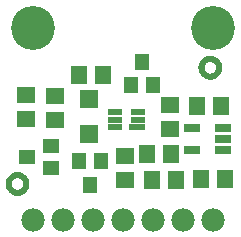
<source format=gbr>
G04 EAGLE Gerber RS-274X export*
G75*
%MOMM*%
%FSLAX34Y34*%
%LPD*%
%INSoldermask Top*%
%IPPOS*%
%AMOC8*
5,1,8,0,0,1.08239X$1,22.5*%
G01*
%ADD10R,1.403200X0.603200*%
%ADD11R,1.203200X0.603200*%
%ADD12R,1.403200X1.503200*%
%ADD13R,1.503200X1.403200*%
%ADD14R,1.203200X1.473200*%
%ADD15R,1.403200X0.753200*%
%ADD16R,1.603200X1.603200*%
%ADD17R,1.473200X1.203200*%
%ADD18C,0.500000*%
%ADD19C,3.719200*%
%ADD20C,1.981200*%


D10*
X113100Y93500D03*
D11*
X114100Y100000D03*
X114100Y106500D03*
X95100Y106500D03*
X95100Y100000D03*
X95100Y93500D03*
D12*
X122260Y70500D03*
X142580Y70500D03*
D13*
X141300Y92370D03*
X141300Y112690D03*
D12*
X64700Y137570D03*
X85020Y137570D03*
D14*
X73590Y44680D03*
X64090Y64680D03*
X83090Y64680D03*
X117840Y149000D03*
X127340Y129000D03*
X108340Y129000D03*
D13*
X103020Y69470D03*
X103020Y49150D03*
D12*
X126110Y48730D03*
X146430Y48730D03*
D15*
X185931Y73910D03*
X185931Y83410D03*
X185931Y92910D03*
X159929Y92910D03*
X159929Y73910D03*
D12*
X188170Y49910D03*
X167850Y49910D03*
D16*
X72410Y117120D03*
X72410Y88120D03*
D13*
X44150Y120310D03*
X44150Y99990D03*
D12*
X164170Y111770D03*
X184490Y111770D03*
D17*
X20410Y68420D03*
X40410Y77920D03*
X40410Y58920D03*
D18*
X175520Y136300D02*
X175701Y136302D01*
X175882Y136309D01*
X176063Y136320D01*
X176244Y136335D01*
X176424Y136355D01*
X176604Y136379D01*
X176783Y136407D01*
X176961Y136440D01*
X177138Y136477D01*
X177315Y136518D01*
X177490Y136563D01*
X177665Y136613D01*
X177838Y136667D01*
X178009Y136725D01*
X178180Y136787D01*
X178348Y136854D01*
X178515Y136924D01*
X178681Y136998D01*
X178844Y137077D01*
X179005Y137159D01*
X179165Y137245D01*
X179322Y137335D01*
X179477Y137429D01*
X179630Y137526D01*
X179780Y137628D01*
X179928Y137732D01*
X180074Y137841D01*
X180216Y137952D01*
X180356Y138068D01*
X180493Y138186D01*
X180628Y138308D01*
X180759Y138433D01*
X180887Y138561D01*
X181012Y138692D01*
X181134Y138827D01*
X181252Y138964D01*
X181368Y139104D01*
X181479Y139246D01*
X181588Y139392D01*
X181692Y139540D01*
X181794Y139690D01*
X181891Y139843D01*
X181985Y139998D01*
X182075Y140155D01*
X182161Y140315D01*
X182243Y140476D01*
X182322Y140639D01*
X182396Y140805D01*
X182466Y140972D01*
X182533Y141140D01*
X182595Y141311D01*
X182653Y141482D01*
X182707Y141655D01*
X182757Y141830D01*
X182802Y142005D01*
X182843Y142182D01*
X182880Y142359D01*
X182913Y142537D01*
X182941Y142716D01*
X182965Y142896D01*
X182985Y143076D01*
X183000Y143257D01*
X183011Y143438D01*
X183018Y143619D01*
X183020Y143800D01*
X175520Y136300D02*
X175339Y136302D01*
X175158Y136309D01*
X174977Y136320D01*
X174796Y136335D01*
X174616Y136355D01*
X174436Y136379D01*
X174257Y136407D01*
X174079Y136440D01*
X173902Y136477D01*
X173725Y136518D01*
X173550Y136563D01*
X173375Y136613D01*
X173202Y136667D01*
X173031Y136725D01*
X172860Y136787D01*
X172692Y136854D01*
X172525Y136924D01*
X172359Y136998D01*
X172196Y137077D01*
X172035Y137159D01*
X171875Y137245D01*
X171718Y137335D01*
X171563Y137429D01*
X171410Y137526D01*
X171260Y137628D01*
X171112Y137732D01*
X170966Y137841D01*
X170824Y137952D01*
X170684Y138068D01*
X170547Y138186D01*
X170412Y138308D01*
X170281Y138433D01*
X170153Y138561D01*
X170028Y138692D01*
X169906Y138827D01*
X169788Y138964D01*
X169672Y139104D01*
X169561Y139246D01*
X169452Y139392D01*
X169348Y139540D01*
X169246Y139690D01*
X169149Y139843D01*
X169055Y139998D01*
X168965Y140155D01*
X168879Y140315D01*
X168797Y140476D01*
X168718Y140639D01*
X168644Y140805D01*
X168574Y140972D01*
X168507Y141140D01*
X168445Y141311D01*
X168387Y141482D01*
X168333Y141655D01*
X168283Y141830D01*
X168238Y142005D01*
X168197Y142182D01*
X168160Y142359D01*
X168127Y142537D01*
X168099Y142716D01*
X168075Y142896D01*
X168055Y143076D01*
X168040Y143257D01*
X168029Y143438D01*
X168022Y143619D01*
X168020Y143800D01*
X168022Y143981D01*
X168029Y144162D01*
X168040Y144343D01*
X168055Y144524D01*
X168075Y144704D01*
X168099Y144884D01*
X168127Y145063D01*
X168160Y145241D01*
X168197Y145418D01*
X168238Y145595D01*
X168283Y145770D01*
X168333Y145945D01*
X168387Y146118D01*
X168445Y146289D01*
X168507Y146460D01*
X168574Y146628D01*
X168644Y146795D01*
X168718Y146961D01*
X168797Y147124D01*
X168879Y147285D01*
X168965Y147445D01*
X169055Y147602D01*
X169149Y147757D01*
X169246Y147910D01*
X169348Y148060D01*
X169452Y148208D01*
X169561Y148354D01*
X169672Y148496D01*
X169788Y148636D01*
X169906Y148773D01*
X170028Y148908D01*
X170153Y149039D01*
X170281Y149167D01*
X170412Y149292D01*
X170547Y149414D01*
X170684Y149532D01*
X170824Y149648D01*
X170966Y149759D01*
X171112Y149868D01*
X171260Y149972D01*
X171410Y150074D01*
X171563Y150171D01*
X171718Y150265D01*
X171875Y150355D01*
X172035Y150441D01*
X172196Y150523D01*
X172359Y150602D01*
X172525Y150676D01*
X172692Y150746D01*
X172860Y150813D01*
X173031Y150875D01*
X173202Y150933D01*
X173375Y150987D01*
X173550Y151037D01*
X173725Y151082D01*
X173902Y151123D01*
X174079Y151160D01*
X174257Y151193D01*
X174436Y151221D01*
X174616Y151245D01*
X174796Y151265D01*
X174977Y151280D01*
X175158Y151291D01*
X175339Y151298D01*
X175520Y151300D01*
X175701Y151298D01*
X175882Y151291D01*
X176063Y151280D01*
X176244Y151265D01*
X176424Y151245D01*
X176604Y151221D01*
X176783Y151193D01*
X176961Y151160D01*
X177138Y151123D01*
X177315Y151082D01*
X177490Y151037D01*
X177665Y150987D01*
X177838Y150933D01*
X178009Y150875D01*
X178180Y150813D01*
X178348Y150746D01*
X178515Y150676D01*
X178681Y150602D01*
X178844Y150523D01*
X179005Y150441D01*
X179165Y150355D01*
X179322Y150265D01*
X179477Y150171D01*
X179630Y150074D01*
X179780Y149972D01*
X179928Y149868D01*
X180074Y149759D01*
X180216Y149648D01*
X180356Y149532D01*
X180493Y149414D01*
X180628Y149292D01*
X180759Y149167D01*
X180887Y149039D01*
X181012Y148908D01*
X181134Y148773D01*
X181252Y148636D01*
X181368Y148496D01*
X181479Y148354D01*
X181588Y148208D01*
X181692Y148060D01*
X181794Y147910D01*
X181891Y147757D01*
X181985Y147602D01*
X182075Y147445D01*
X182161Y147285D01*
X182243Y147124D01*
X182322Y146961D01*
X182396Y146795D01*
X182466Y146628D01*
X182533Y146460D01*
X182595Y146289D01*
X182653Y146118D01*
X182707Y145945D01*
X182757Y145770D01*
X182802Y145595D01*
X182843Y145418D01*
X182880Y145241D01*
X182913Y145063D01*
X182941Y144884D01*
X182965Y144704D01*
X182985Y144524D01*
X183000Y144343D01*
X183011Y144162D01*
X183018Y143981D01*
X183020Y143800D01*
X19800Y45400D02*
X19798Y45219D01*
X19791Y45038D01*
X19780Y44857D01*
X19765Y44676D01*
X19745Y44496D01*
X19721Y44316D01*
X19693Y44137D01*
X19660Y43959D01*
X19623Y43782D01*
X19582Y43605D01*
X19537Y43430D01*
X19487Y43255D01*
X19433Y43082D01*
X19375Y42911D01*
X19313Y42740D01*
X19246Y42572D01*
X19176Y42405D01*
X19102Y42239D01*
X19023Y42076D01*
X18941Y41915D01*
X18855Y41755D01*
X18765Y41598D01*
X18671Y41443D01*
X18574Y41290D01*
X18472Y41140D01*
X18368Y40992D01*
X18259Y40846D01*
X18148Y40704D01*
X18032Y40564D01*
X17914Y40427D01*
X17792Y40292D01*
X17667Y40161D01*
X17539Y40033D01*
X17408Y39908D01*
X17273Y39786D01*
X17136Y39668D01*
X16996Y39552D01*
X16854Y39441D01*
X16708Y39332D01*
X16560Y39228D01*
X16410Y39126D01*
X16257Y39029D01*
X16102Y38935D01*
X15945Y38845D01*
X15785Y38759D01*
X15624Y38677D01*
X15461Y38598D01*
X15295Y38524D01*
X15128Y38454D01*
X14960Y38387D01*
X14789Y38325D01*
X14618Y38267D01*
X14445Y38213D01*
X14270Y38163D01*
X14095Y38118D01*
X13918Y38077D01*
X13741Y38040D01*
X13563Y38007D01*
X13384Y37979D01*
X13204Y37955D01*
X13024Y37935D01*
X12843Y37920D01*
X12662Y37909D01*
X12481Y37902D01*
X12300Y37900D01*
X12119Y37902D01*
X11938Y37909D01*
X11757Y37920D01*
X11576Y37935D01*
X11396Y37955D01*
X11216Y37979D01*
X11037Y38007D01*
X10859Y38040D01*
X10682Y38077D01*
X10505Y38118D01*
X10330Y38163D01*
X10155Y38213D01*
X9982Y38267D01*
X9811Y38325D01*
X9640Y38387D01*
X9472Y38454D01*
X9305Y38524D01*
X9139Y38598D01*
X8976Y38677D01*
X8815Y38759D01*
X8655Y38845D01*
X8498Y38935D01*
X8343Y39029D01*
X8190Y39126D01*
X8040Y39228D01*
X7892Y39332D01*
X7746Y39441D01*
X7604Y39552D01*
X7464Y39668D01*
X7327Y39786D01*
X7192Y39908D01*
X7061Y40033D01*
X6933Y40161D01*
X6808Y40292D01*
X6686Y40427D01*
X6568Y40564D01*
X6452Y40704D01*
X6341Y40846D01*
X6232Y40992D01*
X6128Y41140D01*
X6026Y41290D01*
X5929Y41443D01*
X5835Y41598D01*
X5745Y41755D01*
X5659Y41915D01*
X5577Y42076D01*
X5498Y42239D01*
X5424Y42405D01*
X5354Y42572D01*
X5287Y42740D01*
X5225Y42911D01*
X5167Y43082D01*
X5113Y43255D01*
X5063Y43430D01*
X5018Y43605D01*
X4977Y43782D01*
X4940Y43959D01*
X4907Y44137D01*
X4879Y44316D01*
X4855Y44496D01*
X4835Y44676D01*
X4820Y44857D01*
X4809Y45038D01*
X4802Y45219D01*
X4800Y45400D01*
X4802Y45581D01*
X4809Y45762D01*
X4820Y45943D01*
X4835Y46124D01*
X4855Y46304D01*
X4879Y46484D01*
X4907Y46663D01*
X4940Y46841D01*
X4977Y47018D01*
X5018Y47195D01*
X5063Y47370D01*
X5113Y47545D01*
X5167Y47718D01*
X5225Y47889D01*
X5287Y48060D01*
X5354Y48228D01*
X5424Y48395D01*
X5498Y48561D01*
X5577Y48724D01*
X5659Y48885D01*
X5745Y49045D01*
X5835Y49202D01*
X5929Y49357D01*
X6026Y49510D01*
X6128Y49660D01*
X6232Y49808D01*
X6341Y49954D01*
X6452Y50096D01*
X6568Y50236D01*
X6686Y50373D01*
X6808Y50508D01*
X6933Y50639D01*
X7061Y50767D01*
X7192Y50892D01*
X7327Y51014D01*
X7464Y51132D01*
X7604Y51248D01*
X7746Y51359D01*
X7892Y51468D01*
X8040Y51572D01*
X8190Y51674D01*
X8343Y51771D01*
X8498Y51865D01*
X8655Y51955D01*
X8815Y52041D01*
X8976Y52123D01*
X9139Y52202D01*
X9305Y52276D01*
X9472Y52346D01*
X9640Y52413D01*
X9811Y52475D01*
X9982Y52533D01*
X10155Y52587D01*
X10330Y52637D01*
X10505Y52682D01*
X10682Y52723D01*
X10859Y52760D01*
X11037Y52793D01*
X11216Y52821D01*
X11396Y52845D01*
X11576Y52865D01*
X11757Y52880D01*
X11938Y52891D01*
X12119Y52898D01*
X12300Y52900D01*
X12481Y52898D01*
X12662Y52891D01*
X12843Y52880D01*
X13024Y52865D01*
X13204Y52845D01*
X13384Y52821D01*
X13563Y52793D01*
X13741Y52760D01*
X13918Y52723D01*
X14095Y52682D01*
X14270Y52637D01*
X14445Y52587D01*
X14618Y52533D01*
X14789Y52475D01*
X14960Y52413D01*
X15128Y52346D01*
X15295Y52276D01*
X15461Y52202D01*
X15624Y52123D01*
X15785Y52041D01*
X15945Y51955D01*
X16102Y51865D01*
X16257Y51771D01*
X16410Y51674D01*
X16560Y51572D01*
X16708Y51468D01*
X16854Y51359D01*
X16996Y51248D01*
X17136Y51132D01*
X17273Y51014D01*
X17408Y50892D01*
X17539Y50767D01*
X17667Y50639D01*
X17792Y50508D01*
X17914Y50373D01*
X18032Y50236D01*
X18148Y50096D01*
X18259Y49954D01*
X18368Y49808D01*
X18472Y49660D01*
X18574Y49510D01*
X18671Y49357D01*
X18765Y49202D01*
X18855Y49045D01*
X18941Y48885D01*
X19023Y48724D01*
X19102Y48561D01*
X19176Y48395D01*
X19246Y48228D01*
X19313Y48060D01*
X19375Y47889D01*
X19433Y47718D01*
X19487Y47545D01*
X19537Y47370D01*
X19582Y47195D01*
X19623Y47018D01*
X19660Y46841D01*
X19693Y46663D01*
X19721Y46484D01*
X19745Y46304D01*
X19765Y46124D01*
X19780Y45943D01*
X19791Y45762D01*
X19798Y45581D01*
X19800Y45400D01*
D19*
X25400Y177800D03*
X177800Y177800D03*
D20*
X177800Y15240D03*
X152400Y15240D03*
X127000Y15240D03*
X101600Y15240D03*
X76200Y15240D03*
X50800Y15240D03*
X25400Y15240D03*
D13*
X19050Y100330D03*
X19050Y120650D03*
M02*

</source>
